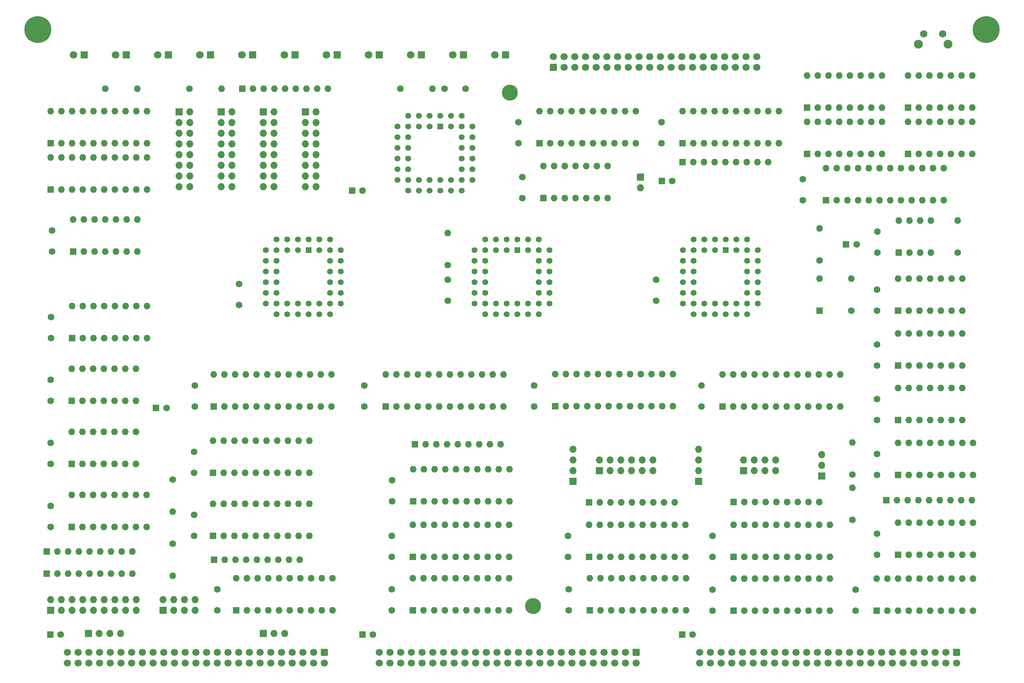
<source format=gbr>
%TF.GenerationSoftware,KiCad,Pcbnew,(6.0.11)*%
%TF.CreationDate,2023-06-28T20:06:58-04:00*%
%TF.ProjectId,processor.Z80,70726f63-6573-4736-9f72-2e5a38302e6b,rev?*%
%TF.SameCoordinates,Original*%
%TF.FileFunction,Soldermask,Top*%
%TF.FilePolarity,Negative*%
%FSLAX46Y46*%
G04 Gerber Fmt 4.6, Leading zero omitted, Abs format (unit mm)*
G04 Created by KiCad (PCBNEW (6.0.11)) date 2023-06-28 20:06:58*
%MOMM*%
%LPD*%
G01*
G04 APERTURE LIST*
G04 Aperture macros list*
%AMRoundRect*
0 Rectangle with rounded corners*
0 $1 Rounding radius*
0 $2 $3 $4 $5 $6 $7 $8 $9 X,Y pos of 4 corners*
0 Add a 4 corners polygon primitive as box body*
4,1,4,$2,$3,$4,$5,$6,$7,$8,$9,$2,$3,0*
0 Add four circle primitives for the rounded corners*
1,1,$1+$1,$2,$3*
1,1,$1+$1,$4,$5*
1,1,$1+$1,$6,$7*
1,1,$1+$1,$8,$9*
0 Add four rect primitives between the rounded corners*
20,1,$1+$1,$2,$3,$4,$5,0*
20,1,$1+$1,$4,$5,$6,$7,0*
20,1,$1+$1,$6,$7,$8,$9,0*
20,1,$1+$1,$8,$9,$2,$3,0*%
G04 Aperture macros list end*
%ADD10RoundRect,0.250000X-0.600000X0.600000X-0.600000X-0.600000X0.600000X-0.600000X0.600000X0.600000X0*%
%ADD11C,1.700000*%
%ADD12C,1.600000*%
%ADD13R,1.600000X1.600000*%
%ADD14R,1.800000X1.800000*%
%ADD15C,1.800000*%
%ADD16O,1.600000X1.600000*%
%ADD17C,6.400000*%
%ADD18R,1.700000X1.700000*%
%ADD19O,1.700000X1.700000*%
%ADD20R,1.422400X1.422400*%
%ADD21C,1.422400*%
%ADD22RoundRect,0.250000X0.600000X-0.600000X0.600000X0.600000X-0.600000X0.600000X-0.600000X-0.600000X0*%
%ADD23C,2.100000*%
%ADD24C,1.750000*%
%ADD25C,3.800000*%
G04 APERTURE END LIST*
D10*
%TO.C,P1*%
X108000000Y-223000000D03*
D11*
X108000000Y-225540000D03*
X105460000Y-223000000D03*
X105460000Y-225540000D03*
X102920000Y-223000000D03*
X102920000Y-225540000D03*
X100380000Y-223000000D03*
X100380000Y-225540000D03*
X97840000Y-223000000D03*
X97840000Y-225540000D03*
X95300000Y-223000000D03*
X95300000Y-225540000D03*
X92760000Y-223000000D03*
X92760000Y-225540000D03*
X90220000Y-223000000D03*
X90220000Y-225540000D03*
X87680000Y-223000000D03*
X87680000Y-225540000D03*
X85140000Y-223000000D03*
X85140000Y-225540000D03*
X82600000Y-223000000D03*
X82600000Y-225540000D03*
X80060000Y-223000000D03*
X80060000Y-225540000D03*
X77520000Y-223000000D03*
X77520000Y-225540000D03*
X74980000Y-223000000D03*
X74980000Y-225540000D03*
X72440000Y-223000000D03*
X72440000Y-225540000D03*
X69900000Y-223000000D03*
X69900000Y-225540000D03*
X67360000Y-223000000D03*
X67360000Y-225540000D03*
X64820000Y-223000000D03*
X64820000Y-225540000D03*
X62280000Y-223000000D03*
X62280000Y-225540000D03*
X59740000Y-223000000D03*
X59740000Y-225540000D03*
X57200000Y-223000000D03*
X57200000Y-225540000D03*
X54660000Y-223000000D03*
X54660000Y-225540000D03*
X52120000Y-223000000D03*
X52120000Y-225540000D03*
X49580000Y-223000000D03*
X49580000Y-225540000D03*
X47040000Y-223000000D03*
X47040000Y-225540000D03*
%TD*%
D12*
%TO.C,C2*%
X124000000Y-208000000D03*
X124000000Y-213000000D03*
%TD*%
%TO.C,C3*%
X239125000Y-149800000D03*
X239125000Y-154800000D03*
%TD*%
%TO.C,C4*%
X157750000Y-159550000D03*
X157750000Y-164550000D03*
%TD*%
%TO.C,C5*%
X77075000Y-190300000D03*
X77075000Y-195300000D03*
%TD*%
%TO.C,C6*%
X43000000Y-158200000D03*
X43000000Y-163200000D03*
%TD*%
%TO.C,C8*%
X166000000Y-208000000D03*
X166000000Y-213000000D03*
%TD*%
%TO.C,C9*%
X200075000Y-195250000D03*
X200075000Y-200250000D03*
%TD*%
%TO.C,C10*%
X43000000Y-173200000D03*
X43000000Y-178200000D03*
%TD*%
%TO.C,C11*%
X43375000Y-122750000D03*
X43375000Y-127750000D03*
%TD*%
%TO.C,C14*%
X239250000Y-123000000D03*
X239250000Y-128000000D03*
%TD*%
%TO.C,C15*%
X137250000Y-134400000D03*
X137250000Y-139400000D03*
%TD*%
D13*
%TO.C,C25*%
X42929600Y-218750000D03*
D12*
X45429600Y-218750000D03*
%TD*%
D13*
%TO.C,C26*%
X68019900Y-164900000D03*
D12*
X70519900Y-164900000D03*
%TD*%
%TO.C,C17*%
X87750000Y-135390000D03*
X87750000Y-140390000D03*
%TD*%
%TO.C,C20*%
X124000000Y-195300000D03*
X124000000Y-200300000D03*
%TD*%
%TO.C,C21*%
X77075000Y-175300000D03*
X77075000Y-180300000D03*
%TD*%
%TO.C,C22*%
X165825000Y-195300000D03*
X165825000Y-200300000D03*
%TD*%
%TO.C,C23*%
X117500000Y-159550000D03*
X117500000Y-164550000D03*
%TD*%
D13*
%TO.C,C27*%
X117000000Y-218750000D03*
D12*
X119500000Y-218750000D03*
%TD*%
D13*
%TO.C,C28*%
X192884700Y-218750000D03*
D12*
X195384700Y-218750000D03*
%TD*%
D13*
%TO.C,C29*%
X188044900Y-111000000D03*
D12*
X190544900Y-111000000D03*
%TD*%
D14*
%TO.C,D4*%
X81000000Y-81000000D03*
D15*
X78460000Y-81000000D03*
%TD*%
D14*
%TO.C,D5*%
X61000000Y-81000000D03*
D15*
X58460000Y-81000000D03*
%TD*%
D14*
%TO.C,D6*%
X71000000Y-81000000D03*
D15*
X68460000Y-81000000D03*
%TD*%
D14*
%TO.C,D1*%
X91000000Y-81000000D03*
D15*
X88460000Y-81000000D03*
%TD*%
D14*
%TO.C,D2*%
X101000000Y-81000000D03*
D15*
X98460000Y-81000000D03*
%TD*%
D12*
%TO.C,R5*%
X76000000Y-89000000D03*
D16*
X83620000Y-89000000D03*
%TD*%
D12*
%TO.C,R6*%
X56000000Y-89000000D03*
D16*
X63620000Y-89000000D03*
%TD*%
D13*
%TO.C,RN2*%
X42075000Y-199000000D03*
D16*
X44615000Y-199000000D03*
X47155000Y-199000000D03*
X49695000Y-199000000D03*
X52235000Y-199000000D03*
X54775000Y-199000000D03*
X57315000Y-199000000D03*
X59855000Y-199000000D03*
X62395000Y-199000000D03*
%TD*%
D13*
%TO.C,U4*%
X48000000Y-163200000D03*
D16*
X50540000Y-163200000D03*
X53080000Y-163200000D03*
X55620000Y-163200000D03*
X58160000Y-163200000D03*
X60700000Y-163200000D03*
X63240000Y-163200000D03*
X63240000Y-155580000D03*
X60700000Y-155580000D03*
X58160000Y-155580000D03*
X55620000Y-155580000D03*
X53080000Y-155580000D03*
X50540000Y-155580000D03*
X48000000Y-155580000D03*
%TD*%
D13*
%TO.C,U5*%
X129000000Y-213000000D03*
D16*
X131540000Y-213000000D03*
X134080000Y-213000000D03*
X136620000Y-213000000D03*
X139160000Y-213000000D03*
X141700000Y-213000000D03*
X144240000Y-213000000D03*
X146780000Y-213000000D03*
X149320000Y-213000000D03*
X151860000Y-213000000D03*
X151860000Y-205380000D03*
X149320000Y-205380000D03*
X146780000Y-205380000D03*
X144240000Y-205380000D03*
X141700000Y-205380000D03*
X139160000Y-205380000D03*
X136620000Y-205380000D03*
X134080000Y-205380000D03*
X131540000Y-205380000D03*
X129000000Y-205380000D03*
%TD*%
D13*
%TO.C,U6*%
X81575000Y-180300000D03*
D16*
X84115000Y-180300000D03*
X86655000Y-180300000D03*
X89195000Y-180300000D03*
X91735000Y-180300000D03*
X94275000Y-180300000D03*
X96815000Y-180300000D03*
X99355000Y-180300000D03*
X101895000Y-180300000D03*
X104435000Y-180300000D03*
X104435000Y-172680000D03*
X101895000Y-172680000D03*
X99355000Y-172680000D03*
X96815000Y-172680000D03*
X94275000Y-172680000D03*
X91735000Y-172680000D03*
X89195000Y-172680000D03*
X86655000Y-172680000D03*
X84115000Y-172680000D03*
X81575000Y-172680000D03*
%TD*%
D13*
%TO.C,U8*%
X129000000Y-200300000D03*
D16*
X131540000Y-200300000D03*
X134080000Y-200300000D03*
X136620000Y-200300000D03*
X139160000Y-200300000D03*
X141700000Y-200300000D03*
X144240000Y-200300000D03*
X146780000Y-200300000D03*
X149320000Y-200300000D03*
X151860000Y-200300000D03*
X151860000Y-192680000D03*
X149320000Y-192680000D03*
X146780000Y-192680000D03*
X144240000Y-192680000D03*
X141700000Y-192680000D03*
X139160000Y-192680000D03*
X136620000Y-192680000D03*
X134080000Y-192680000D03*
X131540000Y-192680000D03*
X129000000Y-192680000D03*
%TD*%
D13*
%TO.C,U15*%
X48000000Y-193200000D03*
D16*
X50540000Y-193200000D03*
X53080000Y-193200000D03*
X55620000Y-193200000D03*
X58160000Y-193200000D03*
X60700000Y-193200000D03*
X63240000Y-193200000D03*
X65780000Y-193200000D03*
X65780000Y-185580000D03*
X63240000Y-185580000D03*
X60700000Y-185580000D03*
X58160000Y-185580000D03*
X55620000Y-185580000D03*
X53080000Y-185580000D03*
X50540000Y-185580000D03*
X48000000Y-185580000D03*
%TD*%
D13*
%TO.C,U1*%
X81575000Y-195300000D03*
D16*
X84115000Y-195300000D03*
X86655000Y-195300000D03*
X89195000Y-195300000D03*
X91735000Y-195300000D03*
X94275000Y-195300000D03*
X96815000Y-195300000D03*
X99355000Y-195300000D03*
X101895000Y-195300000D03*
X104435000Y-195300000D03*
X104435000Y-187680000D03*
X101895000Y-187680000D03*
X99355000Y-187680000D03*
X96815000Y-187680000D03*
X94275000Y-187680000D03*
X91735000Y-187680000D03*
X89195000Y-187680000D03*
X86655000Y-187680000D03*
X84115000Y-187680000D03*
X81575000Y-187680000D03*
%TD*%
D10*
%TO.C,P2*%
X182000000Y-223000000D03*
D11*
X182000000Y-225540000D03*
X179460000Y-223000000D03*
X179460000Y-225540000D03*
X176920000Y-223000000D03*
X176920000Y-225540000D03*
X174380000Y-223000000D03*
X174380000Y-225540000D03*
X171840000Y-223000000D03*
X171840000Y-225540000D03*
X169300000Y-223000000D03*
X169300000Y-225540000D03*
X166760000Y-223000000D03*
X166760000Y-225540000D03*
X164220000Y-223000000D03*
X164220000Y-225540000D03*
X161680000Y-223000000D03*
X161680000Y-225540000D03*
X159140000Y-223000000D03*
X159140000Y-225540000D03*
X156600000Y-223000000D03*
X156600000Y-225540000D03*
X154060000Y-223000000D03*
X154060000Y-225540000D03*
X151520000Y-223000000D03*
X151520000Y-225540000D03*
X148980000Y-223000000D03*
X148980000Y-225540000D03*
X146440000Y-223000000D03*
X146440000Y-225540000D03*
X143900000Y-223000000D03*
X143900000Y-225540000D03*
X141360000Y-223000000D03*
X141360000Y-225540000D03*
X138820000Y-223000000D03*
X138820000Y-225540000D03*
X136280000Y-223000000D03*
X136280000Y-225540000D03*
X133740000Y-223000000D03*
X133740000Y-225540000D03*
X131200000Y-223000000D03*
X131200000Y-225540000D03*
X128660000Y-223000000D03*
X128660000Y-225540000D03*
X126120000Y-223000000D03*
X126120000Y-225540000D03*
X123580000Y-223000000D03*
X123580000Y-225540000D03*
X121040000Y-223000000D03*
X121040000Y-225540000D03*
%TD*%
D17*
%TO.C,H2*%
X265000000Y-75000000D03*
%TD*%
D13*
%TO.C,RN1*%
X81800000Y-201000000D03*
D16*
X84340000Y-201000000D03*
X86880000Y-201000000D03*
X89420000Y-201000000D03*
X91960000Y-201000000D03*
X94500000Y-201000000D03*
X97040000Y-201000000D03*
X99580000Y-201000000D03*
X102120000Y-201000000D03*
%TD*%
D13*
%TO.C,U11*%
X87075000Y-213025000D03*
D16*
X89615000Y-213025000D03*
X92155000Y-213025000D03*
X94695000Y-213025000D03*
X97235000Y-213025000D03*
X99775000Y-213025000D03*
X102315000Y-213025000D03*
X104855000Y-213025000D03*
X107395000Y-213025000D03*
X109935000Y-213025000D03*
X109935000Y-205405000D03*
X107395000Y-205405000D03*
X104855000Y-205405000D03*
X102315000Y-205405000D03*
X99775000Y-205405000D03*
X97235000Y-205405000D03*
X94695000Y-205405000D03*
X92155000Y-205405000D03*
X89615000Y-205405000D03*
X87075000Y-205405000D03*
%TD*%
D13*
%TO.C,U16*%
X205075000Y-213050000D03*
D16*
X207615000Y-213050000D03*
X210155000Y-213050000D03*
X212695000Y-213050000D03*
X215235000Y-213050000D03*
X217775000Y-213050000D03*
X220315000Y-213050000D03*
X222855000Y-213050000D03*
X225395000Y-213050000D03*
X227935000Y-213050000D03*
X227935000Y-205430000D03*
X225395000Y-205430000D03*
X222855000Y-205430000D03*
X220315000Y-205430000D03*
X217775000Y-205430000D03*
X215235000Y-205430000D03*
X212695000Y-205430000D03*
X210155000Y-205430000D03*
X207615000Y-205430000D03*
X205075000Y-205430000D03*
%TD*%
D18*
%TO.C,J3*%
X83500000Y-94500000D03*
D19*
X86040000Y-94500000D03*
X83500000Y-97040000D03*
X86040000Y-97040000D03*
X83500000Y-99580000D03*
X86040000Y-99580000D03*
X83500000Y-102120000D03*
X86040000Y-102120000D03*
X83500000Y-104660000D03*
X86040000Y-104660000D03*
X83500000Y-107200000D03*
X86040000Y-107200000D03*
X83500000Y-109740000D03*
X86040000Y-109740000D03*
X83500000Y-112280000D03*
X86040000Y-112280000D03*
%TD*%
D18*
%TO.C,J1*%
X103500000Y-94500000D03*
D19*
X106040000Y-94500000D03*
X103500000Y-97040000D03*
X106040000Y-97040000D03*
X103500000Y-99580000D03*
X106040000Y-99580000D03*
X103500000Y-102120000D03*
X106040000Y-102120000D03*
X103500000Y-104660000D03*
X106040000Y-104660000D03*
X103500000Y-107200000D03*
X106040000Y-107200000D03*
X103500000Y-109740000D03*
X106040000Y-109740000D03*
X103500000Y-112280000D03*
X106040000Y-112280000D03*
%TD*%
D12*
%TO.C,C19*%
X43000000Y-188200000D03*
X43000000Y-193200000D03*
%TD*%
%TO.C,C18*%
X43125000Y-143300000D03*
X43125000Y-148300000D03*
%TD*%
%TO.C,C12*%
X77250000Y-159550000D03*
X77250000Y-164550000D03*
%TD*%
%TO.C,C16*%
X82575000Y-208025000D03*
X82575000Y-213025000D03*
%TD*%
D13*
%TO.C,U3*%
X48000000Y-178200000D03*
D16*
X50540000Y-178200000D03*
X53080000Y-178200000D03*
X55620000Y-178200000D03*
X58160000Y-178200000D03*
X60700000Y-178200000D03*
X63240000Y-178200000D03*
X63240000Y-170580000D03*
X60700000Y-170580000D03*
X58160000Y-170580000D03*
X55620000Y-170580000D03*
X53080000Y-170580000D03*
X50540000Y-170580000D03*
X48000000Y-170580000D03*
%TD*%
D17*
%TO.C,H1*%
X40000000Y-75000000D03*
%TD*%
D14*
%TO.C,D7*%
X51000000Y-81000000D03*
D15*
X48460000Y-81000000D03*
%TD*%
D10*
%TO.C,P3*%
X258000000Y-223000000D03*
D11*
X258000000Y-225540000D03*
X255460000Y-223000000D03*
X255460000Y-225540000D03*
X252920000Y-223000000D03*
X252920000Y-225540000D03*
X250380000Y-223000000D03*
X250380000Y-225540000D03*
X247840000Y-223000000D03*
X247840000Y-225540000D03*
X245300000Y-223000000D03*
X245300000Y-225540000D03*
X242760000Y-223000000D03*
X242760000Y-225540000D03*
X240220000Y-223000000D03*
X240220000Y-225540000D03*
X237680000Y-223000000D03*
X237680000Y-225540000D03*
X235140000Y-223000000D03*
X235140000Y-225540000D03*
X232600000Y-223000000D03*
X232600000Y-225540000D03*
X230060000Y-223000000D03*
X230060000Y-225540000D03*
X227520000Y-223000000D03*
X227520000Y-225540000D03*
X224980000Y-223000000D03*
X224980000Y-225540000D03*
X222440000Y-223000000D03*
X222440000Y-225540000D03*
X219900000Y-223000000D03*
X219900000Y-225540000D03*
X217360000Y-223000000D03*
X217360000Y-225540000D03*
X214820000Y-223000000D03*
X214820000Y-225540000D03*
X212280000Y-223000000D03*
X212280000Y-225540000D03*
X209740000Y-223000000D03*
X209740000Y-225540000D03*
X207200000Y-223000000D03*
X207200000Y-225540000D03*
X204660000Y-223000000D03*
X204660000Y-225540000D03*
X202120000Y-223000000D03*
X202120000Y-225540000D03*
X199580000Y-223000000D03*
X199580000Y-225540000D03*
X197040000Y-223000000D03*
X197040000Y-225540000D03*
%TD*%
D13*
%TO.C,U13*%
X48375000Y-127750000D03*
D16*
X50915000Y-127750000D03*
X53455000Y-127750000D03*
X55995000Y-127750000D03*
X58535000Y-127750000D03*
X61075000Y-127750000D03*
X63615000Y-127750000D03*
X63615000Y-120130000D03*
X61075000Y-120130000D03*
X58535000Y-120130000D03*
X55995000Y-120130000D03*
X53455000Y-120130000D03*
X50915000Y-120130000D03*
X48375000Y-120130000D03*
%TD*%
D12*
%TO.C,C36*%
X188000000Y-97000000D03*
X188000000Y-102000000D03*
%TD*%
%TO.C,C38*%
X124075000Y-182050000D03*
X124075000Y-187050000D03*
%TD*%
D13*
%TO.C,C46*%
X114544900Y-113250000D03*
D12*
X117044900Y-113250000D03*
%TD*%
D14*
%TO.C,D8*%
X121000000Y-81000000D03*
D15*
X118460000Y-81000000D03*
%TD*%
D14*
%TO.C,D10*%
X131000000Y-81000000D03*
D15*
X128460000Y-81000000D03*
%TD*%
D18*
%TO.C,JP4*%
X173250000Y-179800000D03*
D19*
X173250000Y-177260000D03*
X175790000Y-179800000D03*
X175790000Y-177260000D03*
X178330000Y-179800000D03*
X178330000Y-177260000D03*
X180870000Y-179800000D03*
X180870000Y-177260000D03*
X183410000Y-179800000D03*
X183410000Y-177260000D03*
X185950000Y-179800000D03*
X185950000Y-177260000D03*
%TD*%
D12*
%TO.C,R21*%
X126000000Y-89000000D03*
D16*
X133620000Y-89000000D03*
%TD*%
D13*
%TO.C,RN3*%
X170825000Y-187300000D03*
D16*
X173365000Y-187300000D03*
X175905000Y-187300000D03*
X178445000Y-187300000D03*
X180985000Y-187300000D03*
X183525000Y-187300000D03*
X186065000Y-187300000D03*
X188605000Y-187300000D03*
X191145000Y-187300000D03*
%TD*%
D13*
%TO.C,U17*%
X244125000Y-167800000D03*
D16*
X246665000Y-167800000D03*
X249205000Y-167800000D03*
X251745000Y-167800000D03*
X254285000Y-167800000D03*
X256825000Y-167800000D03*
X259365000Y-167800000D03*
X259365000Y-160180000D03*
X256825000Y-160180000D03*
X254285000Y-160180000D03*
X251745000Y-160180000D03*
X249205000Y-160180000D03*
X246665000Y-160180000D03*
X244125000Y-160180000D03*
%TD*%
D20*
%TO.C,U19*%
X153750000Y-127400000D03*
D21*
X151210000Y-124860000D03*
X151210000Y-127400000D03*
X148670000Y-124860000D03*
X148670000Y-127400000D03*
X146130000Y-124860000D03*
X143590000Y-127400000D03*
X146130000Y-127400000D03*
X143590000Y-129940000D03*
X146130000Y-129940000D03*
X143590000Y-132480000D03*
X146130000Y-132480000D03*
X143590000Y-135020000D03*
X146130000Y-135020000D03*
X143590000Y-137560000D03*
X146130000Y-137560000D03*
X143590000Y-140100000D03*
X146130000Y-142640000D03*
X146130000Y-140100000D03*
X148670000Y-142640000D03*
X148670000Y-140100000D03*
X151210000Y-142640000D03*
X151210000Y-140100000D03*
X153750000Y-142640000D03*
X153750000Y-140100000D03*
X156290000Y-142640000D03*
X156290000Y-140100000D03*
X158830000Y-142640000D03*
X161370000Y-140100000D03*
X158830000Y-140100000D03*
X161370000Y-137560000D03*
X158830000Y-137560000D03*
X161370000Y-135020000D03*
X158830000Y-135020000D03*
X161370000Y-132480000D03*
X158830000Y-132480000D03*
X161370000Y-129940000D03*
X158830000Y-129940000D03*
X161370000Y-127400000D03*
X158830000Y-124860000D03*
X158830000Y-127400000D03*
X156290000Y-124860000D03*
X156290000Y-127400000D03*
X153750000Y-124860000D03*
%TD*%
D13*
%TO.C,U21*%
X170825000Y-200300000D03*
D16*
X173365000Y-200300000D03*
X175905000Y-200300000D03*
X178445000Y-200300000D03*
X180985000Y-200300000D03*
X183525000Y-200300000D03*
X186065000Y-200300000D03*
X188605000Y-200300000D03*
X191145000Y-200300000D03*
X193685000Y-200300000D03*
X193685000Y-192680000D03*
X191145000Y-192680000D03*
X188605000Y-192680000D03*
X186065000Y-192680000D03*
X183525000Y-192680000D03*
X180985000Y-192680000D03*
X178445000Y-192680000D03*
X175905000Y-192680000D03*
X173365000Y-192680000D03*
X170825000Y-192680000D03*
%TD*%
D20*
%TO.C,U7*%
X104250000Y-127390000D03*
D21*
X101710000Y-124850000D03*
X101710000Y-127390000D03*
X99170000Y-124850000D03*
X99170000Y-127390000D03*
X96630000Y-124850000D03*
X94090000Y-127390000D03*
X96630000Y-127390000D03*
X94090000Y-129930000D03*
X96630000Y-129930000D03*
X94090000Y-132470000D03*
X96630000Y-132470000D03*
X94090000Y-135010000D03*
X96630000Y-135010000D03*
X94090000Y-137550000D03*
X96630000Y-137550000D03*
X94090000Y-140090000D03*
X96630000Y-142630000D03*
X96630000Y-140090000D03*
X99170000Y-142630000D03*
X99170000Y-140090000D03*
X101710000Y-142630000D03*
X101710000Y-140090000D03*
X104250000Y-142630000D03*
X104250000Y-140090000D03*
X106790000Y-142630000D03*
X106790000Y-140090000D03*
X109330000Y-142630000D03*
X111870000Y-140090000D03*
X109330000Y-140090000D03*
X111870000Y-137550000D03*
X109330000Y-137550000D03*
X111870000Y-135010000D03*
X109330000Y-135010000D03*
X111870000Y-132470000D03*
X109330000Y-132470000D03*
X111870000Y-129930000D03*
X109330000Y-129930000D03*
X111870000Y-127390000D03*
X109330000Y-124850000D03*
X109330000Y-127390000D03*
X106790000Y-124850000D03*
X106790000Y-127390000D03*
X104250000Y-124850000D03*
%TD*%
D18*
%TO.C,J4*%
X73500000Y-94500000D03*
D19*
X76040000Y-94500000D03*
X73500000Y-97040000D03*
X76040000Y-97040000D03*
X73500000Y-99580000D03*
X76040000Y-99580000D03*
X73500000Y-102120000D03*
X76040000Y-102120000D03*
X73500000Y-104660000D03*
X76040000Y-104660000D03*
X73500000Y-107200000D03*
X76040000Y-107200000D03*
X73500000Y-109740000D03*
X76040000Y-109740000D03*
X73500000Y-112280000D03*
X76040000Y-112280000D03*
%TD*%
D18*
%TO.C,J2*%
X93500000Y-94500000D03*
D19*
X96040000Y-94500000D03*
X93500000Y-97040000D03*
X96040000Y-97040000D03*
X93500000Y-99580000D03*
X96040000Y-99580000D03*
X93500000Y-102120000D03*
X96040000Y-102120000D03*
X93500000Y-104660000D03*
X96040000Y-104660000D03*
X93500000Y-107200000D03*
X96040000Y-107200000D03*
X93500000Y-109740000D03*
X96040000Y-109740000D03*
X93500000Y-112280000D03*
X96040000Y-112280000D03*
%TD*%
D13*
%TO.C,C1*%
X231794900Y-126000000D03*
D12*
X234294900Y-126000000D03*
%TD*%
D13*
%TO.C,J5*%
X246500000Y-104500000D03*
D16*
X249040000Y-104500000D03*
X251580000Y-104500000D03*
X254120000Y-104500000D03*
X256660000Y-104500000D03*
X259200000Y-104500000D03*
X261740000Y-104500000D03*
X261740000Y-96880000D03*
X259200000Y-96880000D03*
X256660000Y-96880000D03*
X254120000Y-96880000D03*
X251580000Y-96880000D03*
X249040000Y-96880000D03*
X246500000Y-96880000D03*
%TD*%
D13*
%TO.C,J6*%
X246500000Y-93500000D03*
D16*
X249040000Y-93500000D03*
X251580000Y-93500000D03*
X254120000Y-93500000D03*
X256660000Y-93500000D03*
X259200000Y-93500000D03*
X261740000Y-93500000D03*
X261740000Y-85880000D03*
X259200000Y-85880000D03*
X256660000Y-85880000D03*
X254120000Y-85880000D03*
X251580000Y-85880000D03*
X249040000Y-85880000D03*
X246500000Y-85880000D03*
%TD*%
D13*
%TO.C,J7*%
X222500000Y-104500000D03*
D16*
X225040000Y-104500000D03*
X227580000Y-104500000D03*
X230120000Y-104500000D03*
X232660000Y-104500000D03*
X235200000Y-104500000D03*
X237740000Y-104500000D03*
X240280000Y-104500000D03*
X240280000Y-96880000D03*
X237740000Y-96880000D03*
X235200000Y-96880000D03*
X232660000Y-96880000D03*
X230120000Y-96880000D03*
X227580000Y-96880000D03*
X225040000Y-96880000D03*
X222500000Y-96880000D03*
%TD*%
D13*
%TO.C,J8*%
X222500000Y-93500000D03*
D16*
X225040000Y-93500000D03*
X227580000Y-93500000D03*
X230120000Y-93500000D03*
X232660000Y-93500000D03*
X235200000Y-93500000D03*
X237740000Y-93500000D03*
X240280000Y-93500000D03*
X240280000Y-85880000D03*
X237740000Y-85880000D03*
X235200000Y-85880000D03*
X232660000Y-85880000D03*
X230120000Y-85880000D03*
X227580000Y-85880000D03*
X225040000Y-85880000D03*
X222500000Y-85880000D03*
%TD*%
D14*
%TO.C,D9*%
X141000000Y-81000000D03*
D15*
X138460000Y-81000000D03*
%TD*%
D14*
%TO.C,D11*%
X111000000Y-81000000D03*
D15*
X108460000Y-81000000D03*
%TD*%
D14*
%TO.C,D12*%
X151000000Y-81000000D03*
D15*
X148460000Y-81000000D03*
%TD*%
D13*
%TO.C,U24*%
X244125000Y-154800000D03*
D16*
X246665000Y-154800000D03*
X249205000Y-154800000D03*
X251745000Y-154800000D03*
X254285000Y-154800000D03*
X256825000Y-154800000D03*
X259365000Y-154800000D03*
X259365000Y-147180000D03*
X256825000Y-147180000D03*
X254285000Y-147180000D03*
X251745000Y-147180000D03*
X249205000Y-147180000D03*
X246665000Y-147180000D03*
X244125000Y-147180000D03*
%TD*%
D18*
%TO.C,JP7*%
X69700000Y-213025000D03*
D19*
X69700000Y-210485000D03*
X72240000Y-213025000D03*
X72240000Y-210485000D03*
X74780000Y-213025000D03*
X74780000Y-210485000D03*
X77320000Y-213025000D03*
X77320000Y-210485000D03*
%TD*%
D13*
%TO.C,RN4*%
X42075000Y-204250000D03*
D16*
X44615000Y-204250000D03*
X47155000Y-204250000D03*
X49695000Y-204250000D03*
X52235000Y-204250000D03*
X54775000Y-204250000D03*
X57315000Y-204250000D03*
X59855000Y-204250000D03*
X62395000Y-204250000D03*
%TD*%
D22*
%TO.C,J11*%
X162370000Y-83947500D03*
D11*
X162370000Y-81407500D03*
X164910000Y-83947500D03*
X164910000Y-81407500D03*
X167450000Y-83947500D03*
X167450000Y-81407500D03*
X169990000Y-83947500D03*
X169990000Y-81407500D03*
X172530000Y-83947500D03*
X172530000Y-81407500D03*
X175070000Y-83947500D03*
X175070000Y-81407500D03*
X177610000Y-83947500D03*
X177610000Y-81407500D03*
X180150000Y-83947500D03*
X180150000Y-81407500D03*
X182690000Y-83947500D03*
X182690000Y-81407500D03*
X185230000Y-83947500D03*
X185230000Y-81407500D03*
X187770000Y-83947500D03*
X187770000Y-81407500D03*
X190310000Y-83947500D03*
X190310000Y-81407500D03*
X192850000Y-83947500D03*
X192850000Y-81407500D03*
X195390000Y-83947500D03*
X195390000Y-81407500D03*
X197930000Y-83947500D03*
X197930000Y-81407500D03*
X200470000Y-83947500D03*
X200470000Y-81407500D03*
X203010000Y-83947500D03*
X203010000Y-81407500D03*
X205550000Y-83947500D03*
X205550000Y-81407500D03*
X208090000Y-83947500D03*
X208090000Y-81407500D03*
X210630000Y-83947500D03*
X210630000Y-81407500D03*
%TD*%
D12*
%TO.C,R10*%
X137250000Y-130900000D03*
D16*
X137250000Y-123280000D03*
%TD*%
D13*
%TO.C,RN5*%
X193000000Y-106500000D03*
D16*
X195540000Y-106500000D03*
X198080000Y-106500000D03*
X200620000Y-106500000D03*
X203160000Y-106500000D03*
X205700000Y-106500000D03*
X208240000Y-106500000D03*
X210780000Y-106500000D03*
X213320000Y-106500000D03*
%TD*%
D13*
%TO.C,U31*%
X193000000Y-102000000D03*
D16*
X195540000Y-102000000D03*
X198080000Y-102000000D03*
X200620000Y-102000000D03*
X203160000Y-102000000D03*
X205700000Y-102000000D03*
X208240000Y-102000000D03*
X210780000Y-102000000D03*
X213320000Y-102000000D03*
X215860000Y-102000000D03*
X215860000Y-94380000D03*
X213320000Y-94380000D03*
X210780000Y-94380000D03*
X208240000Y-94380000D03*
X205700000Y-94380000D03*
X203160000Y-94380000D03*
X200620000Y-94380000D03*
X198080000Y-94380000D03*
X195540000Y-94380000D03*
X193000000Y-94380000D03*
%TD*%
D18*
%TO.C,JP8*%
X167000000Y-182300000D03*
D19*
X167000000Y-179760000D03*
X167000000Y-177220000D03*
X167000000Y-174680000D03*
%TD*%
D13*
%TO.C,RN6*%
X129500000Y-173500000D03*
D16*
X132040000Y-173500000D03*
X134580000Y-173500000D03*
X137120000Y-173500000D03*
X139660000Y-173500000D03*
X142200000Y-173500000D03*
X144740000Y-173500000D03*
X147280000Y-173500000D03*
X149820000Y-173500000D03*
%TD*%
D13*
%TO.C,U34*%
X162725000Y-164500000D03*
D16*
X165265000Y-164500000D03*
X167805000Y-164500000D03*
X170345000Y-164500000D03*
X172885000Y-164500000D03*
X175425000Y-164500000D03*
X177965000Y-164500000D03*
X180505000Y-164500000D03*
X183045000Y-164500000D03*
X185585000Y-164500000D03*
X188125000Y-164500000D03*
X190665000Y-164500000D03*
X190665000Y-156880000D03*
X188125000Y-156880000D03*
X185585000Y-156880000D03*
X183045000Y-156880000D03*
X180505000Y-156880000D03*
X177965000Y-156880000D03*
X175425000Y-156880000D03*
X172885000Y-156880000D03*
X170345000Y-156880000D03*
X167805000Y-156880000D03*
X165265000Y-156880000D03*
X162725000Y-156880000D03*
%TD*%
D13*
%TO.C,U35*%
X129075000Y-187050000D03*
D16*
X131615000Y-187050000D03*
X134155000Y-187050000D03*
X136695000Y-187050000D03*
X139235000Y-187050000D03*
X141775000Y-187050000D03*
X144315000Y-187050000D03*
X146855000Y-187050000D03*
X149395000Y-187050000D03*
X151935000Y-187050000D03*
X151935000Y-179430000D03*
X149395000Y-179430000D03*
X146855000Y-179430000D03*
X144315000Y-179430000D03*
X141775000Y-179430000D03*
X139235000Y-179430000D03*
X136695000Y-179430000D03*
X134155000Y-179430000D03*
X131615000Y-179430000D03*
X129075000Y-179430000D03*
%TD*%
D13*
%TO.C,U36*%
X122500000Y-164550000D03*
D16*
X125040000Y-164550000D03*
X127580000Y-164550000D03*
X130120000Y-164550000D03*
X132660000Y-164550000D03*
X135200000Y-164550000D03*
X137740000Y-164550000D03*
X140280000Y-164550000D03*
X142820000Y-164550000D03*
X145360000Y-164550000D03*
X147900000Y-164550000D03*
X150440000Y-164550000D03*
X150440000Y-156930000D03*
X147900000Y-156930000D03*
X145360000Y-156930000D03*
X142820000Y-156930000D03*
X140280000Y-156930000D03*
X137740000Y-156930000D03*
X135200000Y-156930000D03*
X132660000Y-156930000D03*
X130120000Y-156930000D03*
X127580000Y-156930000D03*
X125040000Y-156930000D03*
X122500000Y-156930000D03*
%TD*%
D13*
%TO.C,U33*%
X159000000Y-102000000D03*
D16*
X161540000Y-102000000D03*
X164080000Y-102000000D03*
X166620000Y-102000000D03*
X169160000Y-102000000D03*
X171700000Y-102000000D03*
X174240000Y-102000000D03*
X176780000Y-102000000D03*
X179320000Y-102000000D03*
X181860000Y-102000000D03*
X181860000Y-94380000D03*
X179320000Y-94380000D03*
X176780000Y-94380000D03*
X174240000Y-94380000D03*
X171700000Y-94380000D03*
X169160000Y-94380000D03*
X166620000Y-94380000D03*
X164080000Y-94380000D03*
X161540000Y-94380000D03*
X159000000Y-94380000D03*
%TD*%
D13*
%TO.C,U37*%
X81750000Y-164550000D03*
D16*
X84290000Y-164550000D03*
X86830000Y-164550000D03*
X89370000Y-164550000D03*
X91910000Y-164550000D03*
X94450000Y-164550000D03*
X96990000Y-164550000D03*
X99530000Y-164550000D03*
X102070000Y-164550000D03*
X104610000Y-164550000D03*
X107150000Y-164550000D03*
X109690000Y-164550000D03*
X109690000Y-156930000D03*
X107150000Y-156930000D03*
X104610000Y-156930000D03*
X102070000Y-156930000D03*
X99530000Y-156930000D03*
X96990000Y-156930000D03*
X94450000Y-156930000D03*
X91910000Y-156930000D03*
X89370000Y-156930000D03*
X86830000Y-156930000D03*
X84290000Y-156930000D03*
X81750000Y-156930000D03*
%TD*%
D13*
%TO.C,U20*%
X48125000Y-148300000D03*
D16*
X50665000Y-148300000D03*
X53205000Y-148300000D03*
X55745000Y-148300000D03*
X58285000Y-148300000D03*
X60825000Y-148300000D03*
X63365000Y-148300000D03*
X65905000Y-148300000D03*
X65905000Y-140680000D03*
X63365000Y-140680000D03*
X60825000Y-140680000D03*
X58285000Y-140680000D03*
X55745000Y-140680000D03*
X53205000Y-140680000D03*
X50665000Y-140680000D03*
X48125000Y-140680000D03*
%TD*%
D18*
%TO.C,JP9*%
X226000000Y-181025000D03*
D19*
X226000000Y-178485000D03*
X226000000Y-175945000D03*
%TD*%
D12*
%TO.C,C37*%
X200075000Y-208050000D03*
X200075000Y-213050000D03*
%TD*%
D13*
%TO.C,J9*%
X43000000Y-113000000D03*
D16*
X45540000Y-113000000D03*
X48080000Y-113000000D03*
X50620000Y-113000000D03*
X53160000Y-113000000D03*
X55700000Y-113000000D03*
X58240000Y-113000000D03*
X60780000Y-113000000D03*
X63320000Y-113000000D03*
X65860000Y-113000000D03*
X65860000Y-105380000D03*
X63320000Y-105380000D03*
X60780000Y-105380000D03*
X58240000Y-105380000D03*
X55700000Y-105380000D03*
X53160000Y-105380000D03*
X50620000Y-105380000D03*
X48080000Y-105380000D03*
X45540000Y-105380000D03*
X43000000Y-105380000D03*
%TD*%
D13*
%TO.C,J10*%
X43000000Y-102000000D03*
D16*
X45540000Y-102000000D03*
X48080000Y-102000000D03*
X50620000Y-102000000D03*
X53160000Y-102000000D03*
X55700000Y-102000000D03*
X58240000Y-102000000D03*
X60780000Y-102000000D03*
X63320000Y-102000000D03*
X65860000Y-102000000D03*
X65860000Y-94380000D03*
X63320000Y-94380000D03*
X60780000Y-94380000D03*
X58240000Y-94380000D03*
X55700000Y-94380000D03*
X53160000Y-94380000D03*
X50620000Y-94380000D03*
X48080000Y-94380000D03*
X45540000Y-94380000D03*
X43000000Y-94380000D03*
%TD*%
D18*
%TO.C,JP10*%
X207500000Y-179775000D03*
D19*
X207500000Y-177235000D03*
X210040000Y-179775000D03*
X210040000Y-177235000D03*
X212580000Y-179775000D03*
X212580000Y-177235000D03*
X215120000Y-179775000D03*
X215120000Y-177235000D03*
%TD*%
D13*
%TO.C,RN7*%
X241340000Y-186800000D03*
D16*
X243880000Y-186800000D03*
X246420000Y-186800000D03*
X248960000Y-186800000D03*
X251500000Y-186800000D03*
X254040000Y-186800000D03*
X256580000Y-186800000D03*
X259120000Y-186800000D03*
X261660000Y-186800000D03*
%TD*%
D13*
%TO.C,RN8*%
X205075000Y-187250000D03*
D16*
X207615000Y-187250000D03*
X210155000Y-187250000D03*
X212695000Y-187250000D03*
X215235000Y-187250000D03*
X217775000Y-187250000D03*
X220315000Y-187250000D03*
X222855000Y-187250000D03*
X225395000Y-187250000D03*
%TD*%
D13*
%TO.C,U9*%
X244125000Y-199800000D03*
D16*
X246665000Y-199800000D03*
X249205000Y-199800000D03*
X251745000Y-199800000D03*
X254285000Y-199800000D03*
X256825000Y-199800000D03*
X259365000Y-199800000D03*
X261905000Y-199800000D03*
X261905000Y-192180000D03*
X259365000Y-192180000D03*
X256825000Y-192180000D03*
X254285000Y-192180000D03*
X251745000Y-192180000D03*
X249205000Y-192180000D03*
X246665000Y-192180000D03*
X244125000Y-192180000D03*
%TD*%
D13*
%TO.C,U10*%
X244125000Y-141800000D03*
D16*
X246665000Y-141800000D03*
X249205000Y-141800000D03*
X251745000Y-141800000D03*
X254285000Y-141800000D03*
X256825000Y-141800000D03*
X259365000Y-141800000D03*
X259365000Y-134180000D03*
X256825000Y-134180000D03*
X254285000Y-134180000D03*
X251745000Y-134180000D03*
X249205000Y-134180000D03*
X246665000Y-134180000D03*
X244125000Y-134180000D03*
%TD*%
D13*
%TO.C,U12*%
X205075000Y-200250000D03*
D16*
X207615000Y-200250000D03*
X210155000Y-200250000D03*
X212695000Y-200250000D03*
X215235000Y-200250000D03*
X217775000Y-200250000D03*
X220315000Y-200250000D03*
X222855000Y-200250000D03*
X225395000Y-200250000D03*
X227935000Y-200250000D03*
X227935000Y-192630000D03*
X225395000Y-192630000D03*
X222855000Y-192630000D03*
X220315000Y-192630000D03*
X217775000Y-192630000D03*
X215235000Y-192630000D03*
X212695000Y-192630000D03*
X210155000Y-192630000D03*
X207615000Y-192630000D03*
X205075000Y-192630000D03*
%TD*%
D13*
%TO.C,U22*%
X244125000Y-180800000D03*
D16*
X246665000Y-180800000D03*
X249205000Y-180800000D03*
X251745000Y-180800000D03*
X254285000Y-180800000D03*
X256825000Y-180800000D03*
X259365000Y-180800000D03*
X261905000Y-180800000D03*
X261905000Y-173180000D03*
X259365000Y-173180000D03*
X256825000Y-173180000D03*
X254285000Y-173180000D03*
X251745000Y-173180000D03*
X249205000Y-173180000D03*
X246665000Y-173180000D03*
X244125000Y-173180000D03*
%TD*%
D13*
%TO.C,U23*%
X171000000Y-213000000D03*
D16*
X173540000Y-213000000D03*
X176080000Y-213000000D03*
X178620000Y-213000000D03*
X181160000Y-213000000D03*
X183700000Y-213000000D03*
X186240000Y-213000000D03*
X188780000Y-213000000D03*
X191320000Y-213000000D03*
X193860000Y-213000000D03*
X193860000Y-205380000D03*
X191320000Y-205380000D03*
X188780000Y-205380000D03*
X186240000Y-205380000D03*
X183700000Y-205380000D03*
X181160000Y-205380000D03*
X178620000Y-205380000D03*
X176080000Y-205380000D03*
X173540000Y-205380000D03*
X171000000Y-205380000D03*
%TD*%
D13*
%TO.C,U32*%
X244250000Y-128000000D03*
D16*
X246790000Y-128000000D03*
X249330000Y-128000000D03*
X251870000Y-128000000D03*
X251870000Y-120380000D03*
X249330000Y-120380000D03*
X246790000Y-120380000D03*
X244250000Y-120380000D03*
%TD*%
D12*
%TO.C,C30*%
X239125000Y-175800000D03*
X239125000Y-180800000D03*
%TD*%
%TO.C,C31*%
X154000000Y-97000000D03*
X154000000Y-102000000D03*
%TD*%
%TO.C,C32*%
X239125000Y-194800000D03*
X239125000Y-199800000D03*
%TD*%
%TO.C,C33*%
X239125000Y-136800000D03*
X239125000Y-141800000D03*
%TD*%
%TO.C,C34*%
X239125000Y-162800000D03*
X239125000Y-167800000D03*
%TD*%
D13*
%TO.C,U26*%
X227000000Y-115500000D03*
D16*
X229540000Y-115500000D03*
X232080000Y-115500000D03*
X234620000Y-115500000D03*
X237160000Y-115500000D03*
X239700000Y-115500000D03*
X242240000Y-115500000D03*
X244780000Y-115500000D03*
X247320000Y-115500000D03*
X249860000Y-115500000D03*
X252400000Y-115500000D03*
X254940000Y-115500000D03*
X254940000Y-107880000D03*
X252400000Y-107880000D03*
X249860000Y-107880000D03*
X247320000Y-107880000D03*
X244780000Y-107880000D03*
X242240000Y-107880000D03*
X239700000Y-107880000D03*
X237160000Y-107880000D03*
X234620000Y-107880000D03*
X232080000Y-107880000D03*
X229540000Y-107880000D03*
X227000000Y-107880000D03*
%TD*%
D12*
%TO.C,C7*%
X221500000Y-110500000D03*
X221500000Y-115500000D03*
%TD*%
%TO.C,C35*%
X136500000Y-89000000D03*
X141500000Y-89000000D03*
%TD*%
D20*
%TO.C,U14*%
X135500000Y-98000000D03*
D21*
X132960000Y-95460000D03*
X132960000Y-98000000D03*
X130420000Y-95460000D03*
X130420000Y-98000000D03*
X127880000Y-95460000D03*
X125340000Y-98000000D03*
X127880000Y-98000000D03*
X125340000Y-100540000D03*
X127880000Y-100540000D03*
X125340000Y-103080000D03*
X127880000Y-103080000D03*
X125340000Y-105620000D03*
X127880000Y-105620000D03*
X125340000Y-108160000D03*
X127880000Y-108160000D03*
X125340000Y-110700000D03*
X127880000Y-113240000D03*
X127880000Y-110700000D03*
X130420000Y-113240000D03*
X130420000Y-110700000D03*
X132960000Y-113240000D03*
X132960000Y-110700000D03*
X135500000Y-113240000D03*
X135500000Y-110700000D03*
X138040000Y-113240000D03*
X138040000Y-110700000D03*
X140580000Y-113240000D03*
X143120000Y-110700000D03*
X140580000Y-110700000D03*
X143120000Y-108160000D03*
X140580000Y-108160000D03*
X143120000Y-105620000D03*
X140580000Y-105620000D03*
X143120000Y-103080000D03*
X140580000Y-103080000D03*
X143120000Y-100540000D03*
X140580000Y-100540000D03*
X143120000Y-98000000D03*
X140580000Y-95460000D03*
X140580000Y-98000000D03*
X138040000Y-95460000D03*
X138040000Y-98000000D03*
X135500000Y-95460000D03*
%TD*%
D13*
%TO.C,U2*%
X160000000Y-115000000D03*
D16*
X162540000Y-115000000D03*
X165080000Y-115000000D03*
X167620000Y-115000000D03*
X170160000Y-115000000D03*
X172700000Y-115000000D03*
X175240000Y-115000000D03*
X175240000Y-107380000D03*
X172700000Y-107380000D03*
X170160000Y-107380000D03*
X167620000Y-107380000D03*
X165080000Y-107380000D03*
X162540000Y-107380000D03*
X160000000Y-107380000D03*
%TD*%
D13*
%TO.C,U25*%
X202500000Y-164550000D03*
D16*
X205040000Y-164550000D03*
X207580000Y-164550000D03*
X210120000Y-164550000D03*
X212660000Y-164550000D03*
X215200000Y-164550000D03*
X217740000Y-164550000D03*
X220280000Y-164550000D03*
X222820000Y-164550000D03*
X225360000Y-164550000D03*
X227900000Y-164550000D03*
X230440000Y-164550000D03*
X230440000Y-156930000D03*
X227900000Y-156930000D03*
X225360000Y-156930000D03*
X222820000Y-156930000D03*
X220280000Y-156930000D03*
X217740000Y-156930000D03*
X215200000Y-156930000D03*
X212660000Y-156930000D03*
X210120000Y-156930000D03*
X207580000Y-156930000D03*
X205040000Y-156930000D03*
X202500000Y-156930000D03*
%TD*%
D18*
%TO.C,JP13*%
X183000000Y-110000000D03*
D19*
X183000000Y-112540000D03*
%TD*%
D13*
%TO.C,D3*%
X225500000Y-141810000D03*
D16*
X225500000Y-134190000D03*
%TD*%
D12*
%TO.C,R4*%
X225500000Y-129810000D03*
D16*
X225500000Y-122190000D03*
%TD*%
D23*
%TO.C,SW1*%
X255985000Y-78452500D03*
X248975000Y-78452500D03*
D24*
X250225000Y-75962500D03*
X254725000Y-75962500D03*
%TD*%
D12*
%TO.C,C39*%
X155000000Y-110000000D03*
X155000000Y-115000000D03*
%TD*%
D13*
%TO.C,RN9*%
X88500000Y-89000000D03*
D16*
X91040000Y-89000000D03*
X93580000Y-89000000D03*
X96120000Y-89000000D03*
X98660000Y-89000000D03*
X101200000Y-89000000D03*
X103740000Y-89000000D03*
X106280000Y-89000000D03*
X108820000Y-89000000D03*
%TD*%
D12*
%TO.C,R1*%
X258250000Y-128000000D03*
D16*
X258250000Y-120380000D03*
%TD*%
D20*
%TO.C,U18*%
X203250000Y-127400000D03*
D21*
X200710000Y-124860000D03*
X200710000Y-127400000D03*
X198170000Y-124860000D03*
X198170000Y-127400000D03*
X195630000Y-124860000D03*
X193090000Y-127400000D03*
X195630000Y-127400000D03*
X193090000Y-129940000D03*
X195630000Y-129940000D03*
X193090000Y-132480000D03*
X195630000Y-132480000D03*
X193090000Y-135020000D03*
X195630000Y-135020000D03*
X193090000Y-137560000D03*
X195630000Y-137560000D03*
X193090000Y-140100000D03*
X195630000Y-142640000D03*
X195630000Y-140100000D03*
X198170000Y-142640000D03*
X198170000Y-140100000D03*
X200710000Y-142640000D03*
X200710000Y-140100000D03*
X203250000Y-142640000D03*
X203250000Y-140100000D03*
X205790000Y-142640000D03*
X205790000Y-140100000D03*
X208330000Y-142640000D03*
X210870000Y-140100000D03*
X208330000Y-140100000D03*
X210870000Y-137560000D03*
X208330000Y-137560000D03*
X210870000Y-135020000D03*
X208330000Y-135020000D03*
X210870000Y-132480000D03*
X208330000Y-132480000D03*
X210870000Y-129940000D03*
X208330000Y-129940000D03*
X210870000Y-127400000D03*
X208330000Y-124860000D03*
X208330000Y-127400000D03*
X205790000Y-124860000D03*
X205790000Y-127400000D03*
X203250000Y-124860000D03*
%TD*%
D18*
%TO.C,JP6*%
X196750000Y-182300000D03*
D19*
X196750000Y-179760000D03*
X196750000Y-177220000D03*
X196750000Y-174680000D03*
%TD*%
D12*
%TO.C,C13*%
X197500000Y-159550000D03*
X197500000Y-164550000D03*
%TD*%
%TO.C,C24*%
X186750000Y-134400000D03*
X186750000Y-139400000D03*
%TD*%
D18*
%TO.C,P4*%
X52018000Y-218500000D03*
D19*
X54558000Y-218500000D03*
X57098000Y-218500000D03*
X59638000Y-218500000D03*
%TD*%
D12*
%TO.C,R3*%
X233250000Y-191500000D03*
D16*
X233250000Y-183880000D03*
%TD*%
D13*
%TO.C,U27*%
X239075000Y-213050000D03*
D16*
X241615000Y-213050000D03*
X244155000Y-213050000D03*
X246695000Y-213050000D03*
X249235000Y-213050000D03*
X251775000Y-213050000D03*
X254315000Y-213050000D03*
X256855000Y-213050000D03*
X259395000Y-213050000D03*
X261935000Y-213050000D03*
X261935000Y-205430000D03*
X259395000Y-205430000D03*
X256855000Y-205430000D03*
X254315000Y-205430000D03*
X251775000Y-205430000D03*
X249235000Y-205430000D03*
X246695000Y-205430000D03*
X244155000Y-205430000D03*
X241615000Y-205430000D03*
X239075000Y-205430000D03*
%TD*%
D12*
%TO.C,C40*%
X234075000Y-208050000D03*
X234075000Y-213050000D03*
%TD*%
%TO.C,R7*%
X233000000Y-141810000D03*
D16*
X233000000Y-134190000D03*
%TD*%
D25*
%TO.C,H3*%
X152000000Y-90000000D03*
%TD*%
D18*
%TO.C,JP14*%
X93475000Y-218500000D03*
D19*
X96015000Y-218500000D03*
X98555000Y-218500000D03*
%TD*%
D12*
%TO.C,R9*%
X72000000Y-197190000D03*
D16*
X72000000Y-204810000D03*
%TD*%
D12*
%TO.C,R2*%
X233250000Y-180750000D03*
D16*
X233250000Y-173130000D03*
%TD*%
D12*
%TO.C,R8*%
X72000000Y-181940000D03*
D16*
X72000000Y-189560000D03*
%TD*%
D25*
%TO.C,H4*%
X157500000Y-212000000D03*
%TD*%
D18*
%TO.C,J12*%
X43050000Y-213025000D03*
D19*
X43050000Y-210485000D03*
X45590000Y-213025000D03*
X45590000Y-210485000D03*
X48130000Y-213025000D03*
X48130000Y-210485000D03*
X50670000Y-213025000D03*
X50670000Y-210485000D03*
X53210000Y-213025000D03*
X53210000Y-210485000D03*
X55750000Y-213025000D03*
X55750000Y-210485000D03*
X58290000Y-213025000D03*
X58290000Y-210485000D03*
X60830000Y-213025000D03*
X60830000Y-210485000D03*
X63370000Y-213025000D03*
X63370000Y-210485000D03*
%TD*%
M02*

</source>
